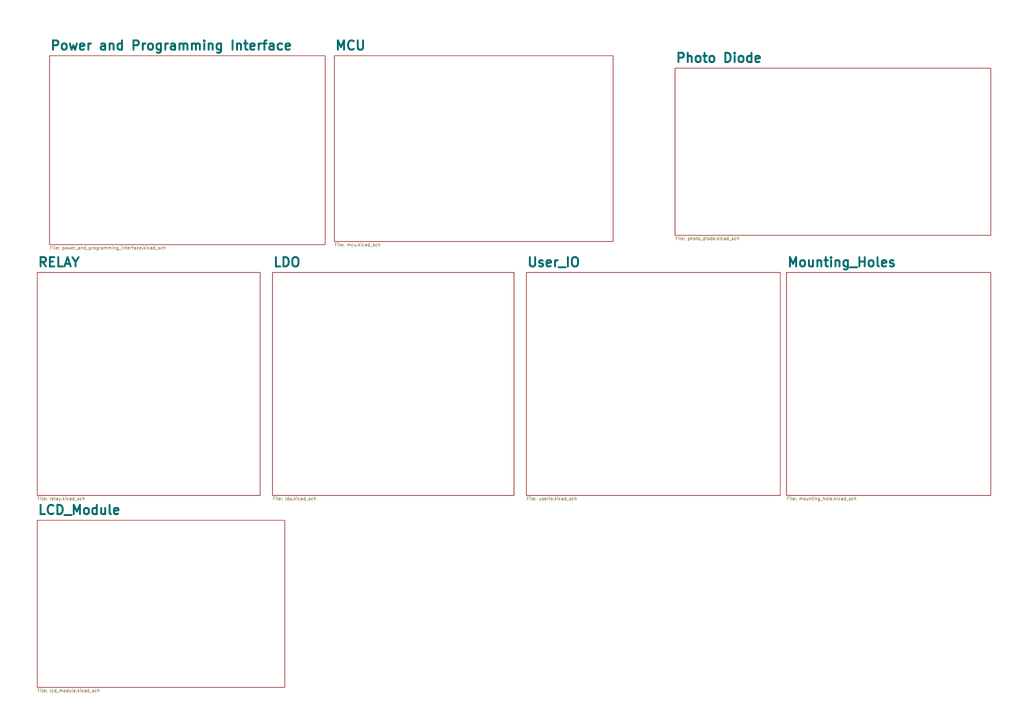
<source format=kicad_sch>
(kicad_sch
	(version 20231120)
	(generator "eeschema")
	(generator_version "8.0")
	(uuid "a89a2812-b97b-4b75-933b-88039f33a028")
	(paper "A3")
	(title_block
		(title "Pregnancy Testor")
		(date "2024-06-17")
		(rev "v.1.0.0")
		(company "Group ")
	)
	(lib_symbols)
	(sheet
		(at 137.16 22.86)
		(size 114.3 76.2)
		(fields_autoplaced yes)
		(stroke
			(width 0.1524)
			(type solid)
		)
		(fill
			(color 0 0 0 0.0000)
		)
		(uuid "0b1572b9-4a0f-45ce-a0e0-54b5faa1c345")
		(property "Sheetname" "MCU"
			(at 137.16 20.8784 0)
			(effects
				(font
					(size 3.81 3.81)
					(bold yes)
				)
				(justify left bottom)
			)
		)
		(property "Sheetfile" "mcu.kicad_sch"
			(at 137.16 99.6446 0)
			(effects
				(font
					(size 1.27 1.27)
				)
				(justify left top)
			)
		)
		(instances
			(project "pregnancy-tester"
				(path "/a89a2812-b97b-4b75-933b-88039f33a028"
					(page "4")
				)
			)
		)
	)
	(sheet
		(at 111.76 111.76)
		(size 99.06 91.44)
		(fields_autoplaced yes)
		(stroke
			(width 0.1524)
			(type solid)
		)
		(fill
			(color 0 0 0 0.0000)
		)
		(uuid "16328648-807e-4de2-b970-bd33e862274e")
		(property "Sheetname" "LDO"
			(at 111.76 109.7784 0)
			(effects
				(font
					(size 3.81 3.81)
					(bold yes)
				)
				(justify left bottom)
			)
		)
		(property "Sheetfile" "ldo.kicad_sch"
			(at 111.76 203.7846 0)
			(effects
				(font
					(size 1.27 1.27)
				)
				(justify left top)
			)
		)
		(instances
			(project "pregnancy-tester"
				(path "/a89a2812-b97b-4b75-933b-88039f33a028"
					(page "7")
				)
			)
		)
	)
	(sheet
		(at 276.86 27.94)
		(size 129.54 68.58)
		(fields_autoplaced yes)
		(stroke
			(width 0.1524)
			(type solid)
		)
		(fill
			(color 0 0 0 0.0000)
		)
		(uuid "2c9bbbb5-d079-4efc-8b04-1d96b2fde7ad")
		(property "Sheetname" "Photo Diode"
			(at 276.86 25.9584 0)
			(effects
				(font
					(size 3.81 3.81)
					(bold yes)
				)
				(justify left bottom)
			)
		)
		(property "Sheetfile" "photo_diode.kicad_sch"
			(at 276.86 97.1046 0)
			(effects
				(font
					(size 1.27 1.27)
				)
				(justify left top)
			)
		)
		(instances
			(project "pregnancy-tester"
				(path "/a89a2812-b97b-4b75-933b-88039f33a028"
					(page "5")
				)
			)
		)
	)
	(sheet
		(at 15.24 213.36)
		(size 101.6 68.58)
		(fields_autoplaced yes)
		(stroke
			(width 0.1524)
			(type solid)
		)
		(fill
			(color 0 0 0 0.0000)
		)
		(uuid "41fa055d-721c-4683-ac0c-650b51ae494a")
		(property "Sheetname" "LCD_Module"
			(at 15.24 211.3784 0)
			(effects
				(font
					(size 3.81 3.81)
					(bold yes)
				)
				(justify left bottom)
			)
		)
		(property "Sheetfile" "lcd_module.kicad_sch"
			(at 15.24 282.5246 0)
			(effects
				(font
					(size 1.27 1.27)
				)
				(justify left top)
			)
		)
		(instances
			(project "pregnancy-tester"
				(path "/a89a2812-b97b-4b75-933b-88039f33a028"
					(page "10")
				)
			)
		)
	)
	(sheet
		(at 322.58 111.76)
		(size 83.82 91.44)
		(fields_autoplaced yes)
		(stroke
			(width 0.1524)
			(type solid)
		)
		(fill
			(color 0 0 0 0.0000)
		)
		(uuid "97d527ff-5f88-4bb6-a01f-e10ff17dc284")
		(property "Sheetname" "Mounting_Holes"
			(at 322.58 109.7784 0)
			(effects
				(font
					(size 3.81 3.81)
					(bold yes)
				)
				(justify left bottom)
			)
		)
		(property "Sheetfile" "mounting_hole.kicad_sch"
			(at 322.58 203.7846 0)
			(effects
				(font
					(size 1.27 1.27)
				)
				(justify left top)
			)
		)
		(instances
			(project "pregnancy-tester"
				(path "/a89a2812-b97b-4b75-933b-88039f33a028"
					(page "9")
				)
			)
		)
	)
	(sheet
		(at 20.32 22.86)
		(size 113.03 77.47)
		(fields_autoplaced yes)
		(stroke
			(width 0.1524)
			(type solid)
		)
		(fill
			(color 0 0 0 0.0000)
		)
		(uuid "c9e32ccd-8bd8-483e-b26a-b72b281c8948")
		(property "Sheetname" "Power and Programming Interface"
			(at 20.32 20.8784 0)
			(effects
				(font
					(size 3.81 3.81)
					(bold yes)
				)
				(justify left bottom)
			)
		)
		(property "Sheetfile" "power_and_programming_interface.kicad_sch"
			(at 20.32 100.9146 0)
			(effects
				(font
					(size 1.27 1.27)
				)
				(justify left top)
			)
		)
		(instances
			(project "pregnancy-tester"
				(path "/a89a2812-b97b-4b75-933b-88039f33a028"
					(page "3")
				)
			)
		)
	)
	(sheet
		(at 215.9 111.76)
		(size 104.14 91.44)
		(fields_autoplaced yes)
		(stroke
			(width 0.1524)
			(type solid)
		)
		(fill
			(color 0 0 0 0.0000)
		)
		(uuid "d2e18864-7ea7-4078-9703-961bab6b060a")
		(property "Sheetname" "User_IO"
			(at 215.9 109.7784 0)
			(effects
				(font
					(size 3.81 3.81)
					(bold yes)
				)
				(justify left bottom)
			)
		)
		(property "Sheetfile" "userio.kicad_sch"
			(at 215.9 203.7846 0)
			(effects
				(font
					(size 1.27 1.27)
				)
				(justify left top)
			)
		)
		(instances
			(project "pregnancy-tester"
				(path "/a89a2812-b97b-4b75-933b-88039f33a028"
					(page "8")
				)
			)
		)
	)
	(sheet
		(at 15.24 111.76)
		(size 91.44 91.44)
		(fields_autoplaced yes)
		(stroke
			(width 0.1524)
			(type solid)
		)
		(fill
			(color 0 0 0 0.0000)
		)
		(uuid "dbed5c16-ca3f-4a2b-87fa-58413d6684d2")
		(property "Sheetname" "RELAY"
			(at 15.24 109.7784 0)
			(effects
				(font
					(size 3.81 3.81)
					(bold yes)
				)
				(justify left bottom)
			)
		)
		(property "Sheetfile" "relay.kicad_sch"
			(at 15.24 203.7846 0)
			(effects
				(font
					(size 1.27 1.27)
				)
				(justify left top)
			)
		)
		(instances
			(project "pregnancy-tester"
				(path "/a89a2812-b97b-4b75-933b-88039f33a028"
					(page "6")
				)
			)
		)
	)
	(sheet_instances
		(path "/"
			(page "1")
		)
	)
)

</source>
